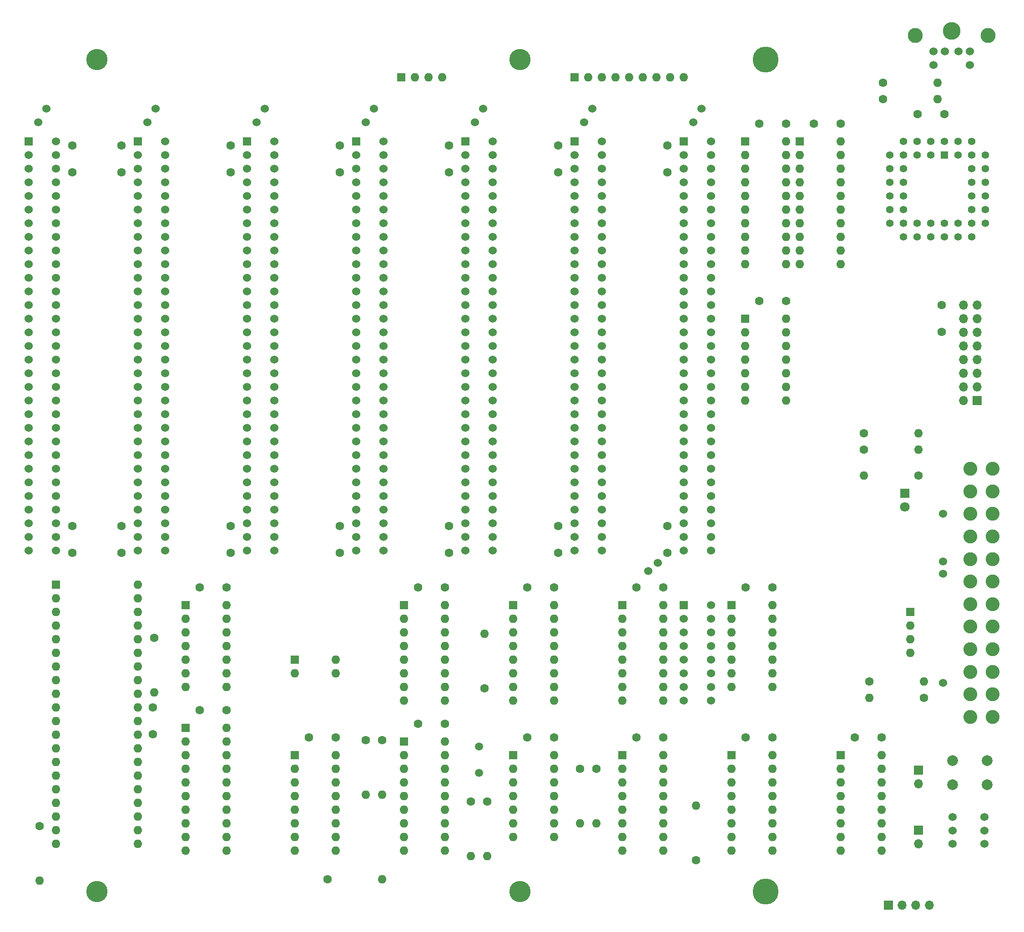
<source format=gbr>
G04 #@! TF.GenerationSoftware,KiCad,Pcbnew,(5.1.8)-1*
G04 #@! TF.CreationDate,2023-02-21T10:32:56-07:00*
G04 #@! TF.ProjectId,Multi,4d756c74-692e-46b6-9963-61645f706362,rev?*
G04 #@! TF.SameCoordinates,Original*
G04 #@! TF.FileFunction,Soldermask,Bot*
G04 #@! TF.FilePolarity,Negative*
%FSLAX46Y46*%
G04 Gerber Fmt 4.6, Leading zero omitted, Abs format (unit mm)*
G04 Created by KiCad (PCBNEW (5.1.8)-1) date 2023-02-21 10:32:56*
%MOMM*%
%LPD*%
G01*
G04 APERTURE LIST*
%ADD10O,1.600000X1.600000*%
%ADD11R,1.600000X1.600000*%
%ADD12O,1.700000X1.700000*%
%ADD13R,1.700000X1.700000*%
%ADD14C,1.524000*%
%ADD15R,1.524000X1.524000*%
%ADD16C,1.600000*%
%ADD17C,3.962400*%
%ADD18C,4.826000*%
%ADD19C,2.000000*%
%ADD20C,1.800000*%
%ADD21R,1.800000X1.800000*%
%ADD22C,2.590800*%
%ADD23C,2.794000*%
%ADD24C,3.302000*%
%ADD25C,1.500000*%
%ADD26R,1.422400X1.422400*%
%ADD27C,1.422400*%
G04 APERTURE END LIST*
D10*
G04 #@! TO.C,SW2*
X17526000Y-140462000D03*
X9906000Y-143002000D03*
X17526000Y-143002000D03*
D11*
X9906000Y-140462000D03*
G04 #@! TD*
D12*
G04 #@! TO.C,J12*
X125984000Y-163576000D03*
D13*
X125984000Y-161036000D03*
G04 #@! TD*
D14*
G04 #@! TO.C,R*
X-36322000Y-37846000D03*
G04 #@! TD*
G04 #@! TO.C,R*
X-37846000Y-40386000D03*
G04 #@! TD*
G04 #@! TO.C,R*
X-16002000Y-37846000D03*
G04 #@! TD*
G04 #@! TO.C,R*
X-17526000Y-40386000D03*
G04 #@! TD*
G04 #@! TO.C,R*
X2794000Y-40386000D03*
G04 #@! TD*
G04 #@! TO.C,R*
X4318000Y-37846000D03*
G04 #@! TD*
G04 #@! TO.C,J8*
X67056000Y-120142000D03*
X67056000Y-117602000D03*
X67056000Y-115062000D03*
X67056000Y-112522000D03*
X67056000Y-109982000D03*
X67056000Y-107442000D03*
X67056000Y-104902000D03*
X67056000Y-102362000D03*
X67056000Y-99822000D03*
X67056000Y-97282000D03*
X67056000Y-94742000D03*
X67056000Y-92202000D03*
X67056000Y-89662000D03*
X67056000Y-87122000D03*
X67056000Y-84582000D03*
X67056000Y-82042000D03*
X67056000Y-79502000D03*
X67056000Y-76962000D03*
X67056000Y-74422000D03*
X67056000Y-71882000D03*
X67056000Y-69342000D03*
X67056000Y-66802000D03*
X67056000Y-64262000D03*
X67056000Y-61722000D03*
X67056000Y-59182000D03*
X67056000Y-56642000D03*
X67056000Y-54102000D03*
X67056000Y-51562000D03*
X67056000Y-49022000D03*
X67056000Y-46482000D03*
X67056000Y-43942000D03*
X61976000Y-120142000D03*
X61976000Y-117602000D03*
X61976000Y-115062000D03*
X61976000Y-112522000D03*
X61976000Y-109982000D03*
X61976000Y-107442000D03*
X61976000Y-104902000D03*
X61976000Y-102362000D03*
X61976000Y-99822000D03*
X61976000Y-97282000D03*
X61976000Y-94742000D03*
X61976000Y-92202000D03*
X61976000Y-89662000D03*
X61976000Y-87122000D03*
X61976000Y-84582000D03*
X61976000Y-82042000D03*
X61976000Y-79502000D03*
X61976000Y-76962000D03*
X61976000Y-74422000D03*
X61976000Y-71882000D03*
X61976000Y-69342000D03*
X61976000Y-66802000D03*
X61976000Y-64262000D03*
X61976000Y-61722000D03*
X61976000Y-59182000D03*
X61976000Y-56642000D03*
X61976000Y-54102000D03*
X61976000Y-51562000D03*
X61976000Y-49022000D03*
X61976000Y-46482000D03*
D15*
X61976000Y-43942000D03*
G04 #@! TD*
D14*
G04 #@! TO.C,J1*
X-34544000Y-120142000D03*
X-34544000Y-117602000D03*
X-34544000Y-115062000D03*
X-34544000Y-112522000D03*
X-34544000Y-109982000D03*
X-34544000Y-107442000D03*
X-34544000Y-104902000D03*
X-34544000Y-102362000D03*
X-34544000Y-99822000D03*
X-34544000Y-97282000D03*
X-34544000Y-94742000D03*
X-34544000Y-92202000D03*
X-34544000Y-89662000D03*
X-34544000Y-87122000D03*
X-34544000Y-84582000D03*
X-34544000Y-82042000D03*
X-34544000Y-79502000D03*
X-34544000Y-76962000D03*
X-34544000Y-74422000D03*
X-34544000Y-71882000D03*
X-34544000Y-69342000D03*
X-34544000Y-66802000D03*
X-34544000Y-64262000D03*
X-34544000Y-61722000D03*
X-34544000Y-59182000D03*
X-34544000Y-56642000D03*
X-34544000Y-54102000D03*
X-34544000Y-51562000D03*
X-34544000Y-49022000D03*
X-34544000Y-46482000D03*
X-34544000Y-43942000D03*
X-39624000Y-120142000D03*
X-39624000Y-117602000D03*
X-39624000Y-115062000D03*
X-39624000Y-112522000D03*
X-39624000Y-109982000D03*
X-39624000Y-107442000D03*
X-39624000Y-104902000D03*
X-39624000Y-102362000D03*
X-39624000Y-99822000D03*
X-39624000Y-97282000D03*
X-39624000Y-94742000D03*
X-39624000Y-92202000D03*
X-39624000Y-89662000D03*
X-39624000Y-87122000D03*
X-39624000Y-84582000D03*
X-39624000Y-82042000D03*
X-39624000Y-79502000D03*
X-39624000Y-76962000D03*
X-39624000Y-74422000D03*
X-39624000Y-71882000D03*
X-39624000Y-69342000D03*
X-39624000Y-66802000D03*
X-39624000Y-64262000D03*
X-39624000Y-61722000D03*
X-39624000Y-59182000D03*
X-39624000Y-56642000D03*
X-39624000Y-54102000D03*
X-39624000Y-51562000D03*
X-39624000Y-49022000D03*
X-39624000Y-46482000D03*
D15*
X-39624000Y-43942000D03*
G04 #@! TD*
G04 #@! TO.C,J7*
X41656000Y-43942000D03*
D14*
X41656000Y-46482000D03*
X41656000Y-49022000D03*
X41656000Y-51562000D03*
X41656000Y-54102000D03*
X41656000Y-56642000D03*
X41656000Y-59182000D03*
X41656000Y-61722000D03*
X41656000Y-64262000D03*
X41656000Y-66802000D03*
X41656000Y-69342000D03*
X41656000Y-71882000D03*
X41656000Y-74422000D03*
X41656000Y-76962000D03*
X41656000Y-79502000D03*
X41656000Y-82042000D03*
X41656000Y-84582000D03*
X41656000Y-87122000D03*
X41656000Y-89662000D03*
X41656000Y-92202000D03*
X41656000Y-94742000D03*
X41656000Y-97282000D03*
X41656000Y-99822000D03*
X41656000Y-102362000D03*
X41656000Y-104902000D03*
X41656000Y-107442000D03*
X41656000Y-109982000D03*
X41656000Y-112522000D03*
X41656000Y-115062000D03*
X41656000Y-117602000D03*
X41656000Y-120142000D03*
X46736000Y-43942000D03*
X46736000Y-46482000D03*
X46736000Y-49022000D03*
X46736000Y-51562000D03*
X46736000Y-54102000D03*
X46736000Y-56642000D03*
X46736000Y-59182000D03*
X46736000Y-61722000D03*
X46736000Y-64262000D03*
X46736000Y-66802000D03*
X46736000Y-69342000D03*
X46736000Y-71882000D03*
X46736000Y-74422000D03*
X46736000Y-76962000D03*
X46736000Y-79502000D03*
X46736000Y-82042000D03*
X46736000Y-84582000D03*
X46736000Y-87122000D03*
X46736000Y-89662000D03*
X46736000Y-92202000D03*
X46736000Y-94742000D03*
X46736000Y-97282000D03*
X46736000Y-99822000D03*
X46736000Y-102362000D03*
X46736000Y-104902000D03*
X46736000Y-107442000D03*
X46736000Y-109982000D03*
X46736000Y-112522000D03*
X46736000Y-115062000D03*
X46736000Y-117602000D03*
X46736000Y-120142000D03*
G04 #@! TD*
G04 #@! TO.C,J11*
X6096000Y-120142000D03*
X6096000Y-117602000D03*
X6096000Y-115062000D03*
X6096000Y-112522000D03*
X6096000Y-109982000D03*
X6096000Y-107442000D03*
X6096000Y-104902000D03*
X6096000Y-102362000D03*
X6096000Y-99822000D03*
X6096000Y-97282000D03*
X6096000Y-94742000D03*
X6096000Y-92202000D03*
X6096000Y-89662000D03*
X6096000Y-87122000D03*
X6096000Y-84582000D03*
X6096000Y-82042000D03*
X6096000Y-79502000D03*
X6096000Y-76962000D03*
X6096000Y-74422000D03*
X6096000Y-71882000D03*
X6096000Y-69342000D03*
X6096000Y-66802000D03*
X6096000Y-64262000D03*
X6096000Y-61722000D03*
X6096000Y-59182000D03*
X6096000Y-56642000D03*
X6096000Y-54102000D03*
X6096000Y-51562000D03*
X6096000Y-49022000D03*
X6096000Y-46482000D03*
X6096000Y-43942000D03*
X1016000Y-120142000D03*
X1016000Y-117602000D03*
X1016000Y-115062000D03*
X1016000Y-112522000D03*
X1016000Y-109982000D03*
X1016000Y-107442000D03*
X1016000Y-104902000D03*
X1016000Y-102362000D03*
X1016000Y-99822000D03*
X1016000Y-97282000D03*
X1016000Y-94742000D03*
X1016000Y-92202000D03*
X1016000Y-89662000D03*
X1016000Y-87122000D03*
X1016000Y-84582000D03*
X1016000Y-82042000D03*
X1016000Y-79502000D03*
X1016000Y-76962000D03*
X1016000Y-74422000D03*
X1016000Y-71882000D03*
X1016000Y-69342000D03*
X1016000Y-66802000D03*
X1016000Y-64262000D03*
X1016000Y-61722000D03*
X1016000Y-59182000D03*
X1016000Y-56642000D03*
X1016000Y-54102000D03*
X1016000Y-51562000D03*
X1016000Y-49022000D03*
X1016000Y-46482000D03*
D15*
X1016000Y-43942000D03*
G04 #@! TD*
D14*
G04 #@! TO.C,J9*
X87376000Y-120142000D03*
X87376000Y-117602000D03*
X87376000Y-115062000D03*
X87376000Y-112522000D03*
X87376000Y-109982000D03*
X87376000Y-107442000D03*
X87376000Y-104902000D03*
X87376000Y-102362000D03*
X87376000Y-99822000D03*
X87376000Y-97282000D03*
X87376000Y-94742000D03*
X87376000Y-92202000D03*
X87376000Y-89662000D03*
X87376000Y-87122000D03*
X87376000Y-84582000D03*
X87376000Y-82042000D03*
X87376000Y-79502000D03*
X87376000Y-76962000D03*
X87376000Y-74422000D03*
X87376000Y-71882000D03*
X87376000Y-69342000D03*
X87376000Y-66802000D03*
X87376000Y-64262000D03*
X87376000Y-61722000D03*
X87376000Y-59182000D03*
X87376000Y-56642000D03*
X87376000Y-54102000D03*
X87376000Y-51562000D03*
X87376000Y-49022000D03*
X87376000Y-46482000D03*
X87376000Y-43942000D03*
X82296000Y-120142000D03*
X82296000Y-117602000D03*
X82296000Y-115062000D03*
X82296000Y-112522000D03*
X82296000Y-109982000D03*
X82296000Y-107442000D03*
X82296000Y-104902000D03*
X82296000Y-102362000D03*
X82296000Y-99822000D03*
X82296000Y-97282000D03*
X82296000Y-94742000D03*
X82296000Y-92202000D03*
X82296000Y-89662000D03*
X82296000Y-87122000D03*
X82296000Y-84582000D03*
X82296000Y-82042000D03*
X82296000Y-79502000D03*
X82296000Y-76962000D03*
X82296000Y-74422000D03*
X82296000Y-71882000D03*
X82296000Y-69342000D03*
X82296000Y-66802000D03*
X82296000Y-64262000D03*
X82296000Y-61722000D03*
X82296000Y-59182000D03*
X82296000Y-56642000D03*
X82296000Y-54102000D03*
X82296000Y-51562000D03*
X82296000Y-49022000D03*
X82296000Y-46482000D03*
D15*
X82296000Y-43942000D03*
G04 #@! TD*
D14*
G04 #@! TO.C,J5*
X-14224000Y-120142000D03*
X-14224000Y-117602000D03*
X-14224000Y-115062000D03*
X-14224000Y-112522000D03*
X-14224000Y-109982000D03*
X-14224000Y-107442000D03*
X-14224000Y-104902000D03*
X-14224000Y-102362000D03*
X-14224000Y-99822000D03*
X-14224000Y-97282000D03*
X-14224000Y-94742000D03*
X-14224000Y-92202000D03*
X-14224000Y-89662000D03*
X-14224000Y-87122000D03*
X-14224000Y-84582000D03*
X-14224000Y-82042000D03*
X-14224000Y-79502000D03*
X-14224000Y-76962000D03*
X-14224000Y-74422000D03*
X-14224000Y-71882000D03*
X-14224000Y-69342000D03*
X-14224000Y-66802000D03*
X-14224000Y-64262000D03*
X-14224000Y-61722000D03*
X-14224000Y-59182000D03*
X-14224000Y-56642000D03*
X-14224000Y-54102000D03*
X-14224000Y-51562000D03*
X-14224000Y-49022000D03*
X-14224000Y-46482000D03*
X-14224000Y-43942000D03*
X-19304000Y-120142000D03*
X-19304000Y-117602000D03*
X-19304000Y-115062000D03*
X-19304000Y-112522000D03*
X-19304000Y-109982000D03*
X-19304000Y-107442000D03*
X-19304000Y-104902000D03*
X-19304000Y-102362000D03*
X-19304000Y-99822000D03*
X-19304000Y-97282000D03*
X-19304000Y-94742000D03*
X-19304000Y-92202000D03*
X-19304000Y-89662000D03*
X-19304000Y-87122000D03*
X-19304000Y-84582000D03*
X-19304000Y-82042000D03*
X-19304000Y-79502000D03*
X-19304000Y-76962000D03*
X-19304000Y-74422000D03*
X-19304000Y-71882000D03*
X-19304000Y-69342000D03*
X-19304000Y-66802000D03*
X-19304000Y-64262000D03*
X-19304000Y-61722000D03*
X-19304000Y-59182000D03*
X-19304000Y-56642000D03*
X-19304000Y-54102000D03*
X-19304000Y-51562000D03*
X-19304000Y-49022000D03*
X-19304000Y-46482000D03*
D15*
X-19304000Y-43942000D03*
G04 #@! TD*
D14*
G04 #@! TO.C,J4*
X26416000Y-120142000D03*
X26416000Y-117602000D03*
X26416000Y-115062000D03*
X26416000Y-112522000D03*
X26416000Y-109982000D03*
X26416000Y-107442000D03*
X26416000Y-104902000D03*
X26416000Y-102362000D03*
X26416000Y-99822000D03*
X26416000Y-97282000D03*
X26416000Y-94742000D03*
X26416000Y-92202000D03*
X26416000Y-89662000D03*
X26416000Y-87122000D03*
X26416000Y-84582000D03*
X26416000Y-82042000D03*
X26416000Y-79502000D03*
X26416000Y-76962000D03*
X26416000Y-74422000D03*
X26416000Y-71882000D03*
X26416000Y-69342000D03*
X26416000Y-66802000D03*
X26416000Y-64262000D03*
X26416000Y-61722000D03*
X26416000Y-59182000D03*
X26416000Y-56642000D03*
X26416000Y-54102000D03*
X26416000Y-51562000D03*
X26416000Y-49022000D03*
X26416000Y-46482000D03*
X26416000Y-43942000D03*
X21336000Y-120142000D03*
X21336000Y-117602000D03*
X21336000Y-115062000D03*
X21336000Y-112522000D03*
X21336000Y-109982000D03*
X21336000Y-107442000D03*
X21336000Y-104902000D03*
X21336000Y-102362000D03*
X21336000Y-99822000D03*
X21336000Y-97282000D03*
X21336000Y-94742000D03*
X21336000Y-92202000D03*
X21336000Y-89662000D03*
X21336000Y-87122000D03*
X21336000Y-84582000D03*
X21336000Y-82042000D03*
X21336000Y-79502000D03*
X21336000Y-76962000D03*
X21336000Y-74422000D03*
X21336000Y-71882000D03*
X21336000Y-69342000D03*
X21336000Y-66802000D03*
X21336000Y-64262000D03*
X21336000Y-61722000D03*
X21336000Y-59182000D03*
X21336000Y-56642000D03*
X21336000Y-54102000D03*
X21336000Y-51562000D03*
X21336000Y-49022000D03*
X21336000Y-46482000D03*
D15*
X21336000Y-43942000D03*
G04 #@! TD*
D16*
G04 #@! TO.C,C19*
X-2032000Y-115570000D03*
X-2032000Y-120570000D03*
G04 #@! TD*
G04 #@! TO.C,C18*
X18288000Y-115570000D03*
X18288000Y-120570000D03*
G04 #@! TD*
G04 #@! TO.C,C17*
X-22352000Y-115570000D03*
X-22352000Y-120570000D03*
G04 #@! TD*
G04 #@! TO.C,C16*
X-22352000Y-49704000D03*
X-22352000Y-44704000D03*
G04 #@! TD*
G04 #@! TO.C,C15*
X18288000Y-49704000D03*
X18288000Y-44704000D03*
G04 #@! TD*
G04 #@! TO.C,C14*
X-2032000Y-49704000D03*
X-2032000Y-44704000D03*
G04 #@! TD*
D17*
G04 #@! TO.C,REF\u002A\u002A*
X-26924000Y-183642000D03*
G04 #@! TD*
G04 #@! TO.C,REF\u002A\u002A*
X-26924000Y-28702000D03*
G04 #@! TD*
D10*
G04 #@! TO.C,U65*
X-2794000Y-153162000D03*
X-10414000Y-176022000D03*
X-2794000Y-155702000D03*
X-10414000Y-173482000D03*
X-2794000Y-158242000D03*
X-10414000Y-170942000D03*
X-2794000Y-160782000D03*
X-10414000Y-168402000D03*
X-2794000Y-163322000D03*
X-10414000Y-165862000D03*
X-2794000Y-165862000D03*
X-10414000Y-163322000D03*
X-2794000Y-168402000D03*
X-10414000Y-160782000D03*
X-2794000Y-170942000D03*
X-10414000Y-158242000D03*
X-2794000Y-173482000D03*
X-10414000Y-155702000D03*
X-2794000Y-176022000D03*
D11*
X-10414000Y-153162000D03*
G04 #@! TD*
D10*
G04 #@! TO.C,U64*
X17526000Y-158242000D03*
X9906000Y-176022000D03*
X17526000Y-160782000D03*
X9906000Y-173482000D03*
X17526000Y-163322000D03*
X9906000Y-170942000D03*
X17526000Y-165862000D03*
X9906000Y-168402000D03*
X17526000Y-168402000D03*
X9906000Y-165862000D03*
X17526000Y-170942000D03*
X9906000Y-163322000D03*
X17526000Y-173482000D03*
X9906000Y-160782000D03*
X17526000Y-176022000D03*
D11*
X9906000Y-158242000D03*
G04 #@! TD*
D10*
G04 #@! TO.C,U63*
X-2794000Y-130302000D03*
X-10414000Y-145542000D03*
X-2794000Y-132842000D03*
X-10414000Y-143002000D03*
X-2794000Y-135382000D03*
X-10414000Y-140462000D03*
X-2794000Y-137922000D03*
X-10414000Y-137922000D03*
X-2794000Y-140462000D03*
X-10414000Y-135382000D03*
X-2794000Y-143002000D03*
X-10414000Y-132842000D03*
X-2794000Y-145542000D03*
D11*
X-10414000Y-130302000D03*
G04 #@! TD*
D10*
G04 #@! TO.C,U61*
X-19304000Y-126492000D03*
X-34544000Y-174752000D03*
X-19304000Y-129032000D03*
X-34544000Y-172212000D03*
X-19304000Y-131572000D03*
X-34544000Y-169672000D03*
X-19304000Y-134112000D03*
X-34544000Y-167132000D03*
X-19304000Y-136652000D03*
X-34544000Y-164592000D03*
X-19304000Y-139192000D03*
X-34544000Y-162052000D03*
X-19304000Y-141732000D03*
X-34544000Y-159512000D03*
X-19304000Y-144272000D03*
X-34544000Y-156972000D03*
X-19304000Y-146812000D03*
X-34544000Y-154432000D03*
X-19304000Y-149352000D03*
X-34544000Y-151892000D03*
X-19304000Y-151892000D03*
X-34544000Y-149352000D03*
X-19304000Y-154432000D03*
X-34544000Y-146812000D03*
X-19304000Y-156972000D03*
X-34544000Y-144272000D03*
X-19304000Y-159512000D03*
X-34544000Y-141732000D03*
X-19304000Y-162052000D03*
X-34544000Y-139192000D03*
X-19304000Y-164592000D03*
X-34544000Y-136652000D03*
X-19304000Y-167132000D03*
X-34544000Y-134112000D03*
X-19304000Y-169672000D03*
X-34544000Y-131572000D03*
X-19304000Y-172212000D03*
X-34544000Y-129032000D03*
X-19304000Y-174752000D03*
D11*
X-34544000Y-126492000D03*
G04 #@! TD*
D10*
G04 #@! TO.C,U20*
X101346000Y-76962000D03*
X93726000Y-92202000D03*
X101346000Y-79502000D03*
X93726000Y-89662000D03*
X101346000Y-82042000D03*
X93726000Y-87122000D03*
X101346000Y-84582000D03*
X93726000Y-84582000D03*
X101346000Y-87122000D03*
X93726000Y-82042000D03*
X101346000Y-89662000D03*
X93726000Y-79502000D03*
X101346000Y-92202000D03*
D11*
X93726000Y-76962000D03*
G04 #@! TD*
D10*
G04 #@! TO.C,R63*
X26162000Y-181356000D03*
D16*
X16002000Y-181356000D03*
G04 #@! TD*
D10*
G04 #@! TO.C,R62*
X-16256000Y-146558000D03*
D16*
X-16256000Y-136398000D03*
G04 #@! TD*
D10*
G04 #@! TO.C,R61*
X-37592000Y-181610000D03*
D16*
X-37592000Y-171450000D03*
G04 #@! TD*
G04 #@! TO.C,C65*
X-2794000Y-149860000D03*
X-7794000Y-149860000D03*
G04 #@! TD*
G04 #@! TO.C,C64*
X17526000Y-154940000D03*
X12526000Y-154940000D03*
G04 #@! TD*
G04 #@! TO.C,C63*
X-2794000Y-127000000D03*
X-7794000Y-127000000D03*
G04 #@! TD*
G04 #@! TO.C,C1*
X-16510000Y-154352000D03*
X-16510000Y-149352000D03*
G04 #@! TD*
D10*
G04 #@! TO.C,U2*
X111506000Y-43942000D03*
X103886000Y-66802000D03*
X111506000Y-46482000D03*
X103886000Y-64262000D03*
X111506000Y-49022000D03*
X103886000Y-61722000D03*
X111506000Y-51562000D03*
X103886000Y-59182000D03*
X111506000Y-54102000D03*
X103886000Y-56642000D03*
X111506000Y-56642000D03*
X103886000Y-54102000D03*
X111506000Y-59182000D03*
X103886000Y-51562000D03*
X111506000Y-61722000D03*
X103886000Y-49022000D03*
X111506000Y-64262000D03*
X103886000Y-46482000D03*
X111506000Y-66802000D03*
D11*
X103886000Y-43942000D03*
G04 #@! TD*
D16*
G04 #@! TO.C,C13*
X119126000Y-154940000D03*
X114126000Y-154940000D03*
G04 #@! TD*
G04 #@! TO.C,C11*
X111506000Y-40640000D03*
X106506000Y-40640000D03*
G04 #@! TD*
D10*
G04 #@! TO.C,RN3*
X124460000Y-139192000D03*
X124460000Y-136652000D03*
X124460000Y-134112000D03*
D11*
X124460000Y-131572000D03*
G04 #@! TD*
D10*
G04 #@! TO.C,U1*
X119126000Y-158242000D03*
X111506000Y-176022000D03*
X119126000Y-160782000D03*
X111506000Y-173482000D03*
X119126000Y-163322000D03*
X111506000Y-170942000D03*
X119126000Y-165862000D03*
X111506000Y-168402000D03*
X119126000Y-168402000D03*
X111506000Y-165862000D03*
X119126000Y-170942000D03*
X111506000Y-163322000D03*
X119126000Y-173482000D03*
X111506000Y-160782000D03*
X119126000Y-176022000D03*
D11*
X111506000Y-158242000D03*
G04 #@! TD*
D18*
G04 #@! TO.C,REF\u002A\u002A*
X97536000Y-183642000D03*
G04 #@! TD*
D10*
G04 #@! TO.C,RN1*
X37338000Y-32004000D03*
X34798000Y-32004000D03*
X32258000Y-32004000D03*
D11*
X29718000Y-32004000D03*
G04 #@! TD*
D10*
G04 #@! TO.C,R13*
X125984000Y-101346000D03*
D16*
X115824000Y-101346000D03*
G04 #@! TD*
D10*
G04 #@! TO.C,R12*
X125984000Y-98298000D03*
D16*
X115824000Y-98298000D03*
G04 #@! TD*
D10*
G04 #@! TO.C,RN2*
X82296000Y-32004000D03*
X79756000Y-32004000D03*
X77216000Y-32004000D03*
X74676000Y-32004000D03*
X72136000Y-32004000D03*
X69596000Y-32004000D03*
X67056000Y-32004000D03*
X64516000Y-32004000D03*
D11*
X61976000Y-32004000D03*
G04 #@! TD*
D14*
G04 #@! TO.C,R*
X130556000Y-113284000D03*
G04 #@! TD*
G04 #@! TO.C,R*
X130556000Y-122174000D03*
G04 #@! TD*
G04 #@! TO.C,R*
X130556000Y-144780000D03*
G04 #@! TD*
G04 #@! TO.C,R*
X130556000Y-124460000D03*
G04 #@! TD*
D10*
G04 #@! TO.C,R9*
X129540000Y-36040000D03*
D16*
X119380000Y-36040000D03*
G04 #@! TD*
D10*
G04 #@! TO.C,R8*
X129540000Y-33020000D03*
D16*
X119380000Y-33020000D03*
G04 #@! TD*
D10*
G04 #@! TO.C,R7*
X116840000Y-147574000D03*
D16*
X127000000Y-147574000D03*
G04 #@! TD*
D10*
G04 #@! TO.C,R6*
X45212000Y-135636000D03*
D16*
X45212000Y-145796000D03*
G04 #@! TD*
D14*
G04 #@! TO.C,R*
X75692000Y-123952000D03*
G04 #@! TD*
G04 #@! TO.C,R*
X77470000Y-122428000D03*
G04 #@! TD*
D16*
G04 #@! TO.C,C10*
X130302000Y-79422000D03*
X130302000Y-74422000D03*
G04 #@! TD*
G04 #@! TO.C,C9*
X130810000Y-38862000D03*
X125810000Y-38862000D03*
G04 #@! TD*
D10*
G04 #@! TO.C,R4*
X42672000Y-177038000D03*
D16*
X42672000Y-166878000D03*
G04 #@! TD*
D10*
G04 #@! TO.C,R2*
X45720000Y-177038000D03*
D16*
X45720000Y-166878000D03*
G04 #@! TD*
D10*
G04 #@! TO.C,R18*
X26162000Y-165608000D03*
D16*
X26162000Y-155448000D03*
G04 #@! TD*
D10*
G04 #@! TO.C,R17*
X62992000Y-170942000D03*
D16*
X62992000Y-160782000D03*
G04 #@! TD*
D10*
G04 #@! TO.C,R14*
X23114000Y-165608000D03*
D16*
X23114000Y-155448000D03*
G04 #@! TD*
D10*
G04 #@! TO.C,R5*
X127000000Y-144526000D03*
D16*
X116840000Y-144526000D03*
G04 #@! TD*
D10*
G04 #@! TO.C,R3*
X66040000Y-170942000D03*
D16*
X66040000Y-160782000D03*
G04 #@! TD*
D10*
G04 #@! TO.C,U3*
X84582000Y-167640000D03*
D16*
X84582000Y-177800000D03*
G04 #@! TD*
D12*
G04 #@! TO.C,J6*
X125984000Y-174752000D03*
D13*
X125984000Y-172212000D03*
G04 #@! TD*
D12*
G04 #@! TO.C,J3*
X128016000Y-186182000D03*
X125476000Y-186182000D03*
X122936000Y-186182000D03*
D13*
X120396000Y-186182000D03*
G04 #@! TD*
D16*
G04 #@! TO.C,C1*
X101346000Y-73660000D03*
X96346000Y-73660000D03*
G04 #@! TD*
D10*
G04 #@! TO.C,U117*
X78486000Y-158242000D03*
X70866000Y-176022000D03*
X78486000Y-160782000D03*
X70866000Y-173482000D03*
X78486000Y-163322000D03*
X70866000Y-170942000D03*
X78486000Y-165862000D03*
X70866000Y-168402000D03*
X78486000Y-168402000D03*
X70866000Y-165862000D03*
X78486000Y-170942000D03*
X70866000Y-163322000D03*
X78486000Y-173482000D03*
X70866000Y-160782000D03*
X78486000Y-176022000D03*
D11*
X70866000Y-158242000D03*
G04 #@! TD*
D14*
G04 #@! TO.C,J10*
X87376000Y-130302000D03*
X87376000Y-132842000D03*
D15*
X82296000Y-130302000D03*
D14*
X82296000Y-132842000D03*
X82296000Y-135382000D03*
X82296000Y-137922000D03*
X82296000Y-140462000D03*
X82296000Y-143002000D03*
X82296000Y-145542000D03*
X82296000Y-148082000D03*
X87376000Y-148082000D03*
X87376000Y-145542000D03*
X87376000Y-143002000D03*
X87376000Y-140462000D03*
X87376000Y-137922000D03*
X87376000Y-135382000D03*
G04 #@! TD*
D19*
G04 #@! TO.C,SW1*
X138834000Y-159258000D03*
X138834000Y-163758000D03*
X132334000Y-159258000D03*
X132334000Y-163758000D03*
G04 #@! TD*
D10*
G04 #@! TO.C,R1*
X115824000Y-106172000D03*
D16*
X125984000Y-106172000D03*
G04 #@! TD*
D20*
G04 #@! TO.C,D1*
X123444000Y-112014000D03*
D21*
X123444000Y-109474000D03*
G04 #@! TD*
D16*
G04 #@! TO.C,C7*
X101346000Y-40640000D03*
X96346000Y-40640000D03*
G04 #@! TD*
D14*
G04 #@! TO.C,8x8mm1*
X138334000Y-169752000D03*
X138334000Y-172252000D03*
X138334000Y-174752000D03*
X132334000Y-174752000D03*
X132334000Y-172252000D03*
X132334000Y-169752000D03*
G04 #@! TD*
D22*
G04 #@! TO.C,ATXPOWER1*
X139836000Y-146902000D03*
X139836000Y-151102000D03*
X139836000Y-142702000D03*
X139836000Y-104902000D03*
X139836000Y-109102000D03*
X139836000Y-113302000D03*
X139836000Y-117502000D03*
X139836000Y-130102000D03*
X139836000Y-121702000D03*
X139836000Y-125902000D03*
X139836000Y-138502000D03*
X139836000Y-134302000D03*
X135636000Y-151102000D03*
X135636000Y-146902000D03*
X135636000Y-142702000D03*
X135636000Y-138502000D03*
X135636000Y-134302000D03*
X135636000Y-130102000D03*
X135636000Y-125902000D03*
X135636000Y-121702000D03*
X135636000Y-117502000D03*
X135636000Y-113302000D03*
X135636000Y-109102000D03*
X135636000Y-104902000D03*
G04 #@! TD*
D16*
G04 #@! TO.C,C29*
X38608000Y-115570000D03*
X38608000Y-120570000D03*
G04 #@! TD*
G04 #@! TO.C,C28*
X58928000Y-115570000D03*
X58928000Y-120570000D03*
G04 #@! TD*
G04 #@! TO.C,C27*
X-31496000Y-115570000D03*
X-31496000Y-120570000D03*
G04 #@! TD*
G04 #@! TO.C,C26*
X79248000Y-115570000D03*
X79248000Y-120570000D03*
G04 #@! TD*
G04 #@! TO.C,C25*
X38608000Y-49704000D03*
X38608000Y-44704000D03*
G04 #@! TD*
G04 #@! TO.C,C24*
X-31496000Y-49704000D03*
X-31496000Y-44704000D03*
G04 #@! TD*
G04 #@! TO.C,C23*
X79248000Y-49704000D03*
X79248000Y-44704000D03*
G04 #@! TD*
G04 #@! TO.C,C22*
X58928000Y-49704000D03*
X58928000Y-44704000D03*
G04 #@! TD*
D23*
G04 #@! TO.C,J2*
X125425200Y-24180800D03*
X138938000Y-24180800D03*
D24*
X132181600Y-23368000D03*
D14*
X135585200Y-29667200D03*
X128778000Y-29667200D03*
X133477000Y-27178000D03*
X130886200Y-27178000D03*
X135585200Y-27178000D03*
X128778000Y-27178000D03*
G04 #@! TD*
D11*
G04 #@! TO.C,U17*
X91186000Y-158242000D03*
D10*
X98806000Y-176022000D03*
X91186000Y-160782000D03*
X98806000Y-173482000D03*
X91186000Y-163322000D03*
X98806000Y-170942000D03*
X91186000Y-165862000D03*
X98806000Y-168402000D03*
X91186000Y-168402000D03*
X98806000Y-165862000D03*
X91186000Y-170942000D03*
X98806000Y-163322000D03*
X91186000Y-173482000D03*
X98806000Y-160782000D03*
X91186000Y-176022000D03*
X98806000Y-158242000D03*
G04 #@! TD*
D14*
G04 #@! TO.C,R*
X43434000Y-40386000D03*
G04 #@! TD*
G04 #@! TO.C,R*
X44958000Y-37846000D03*
G04 #@! TD*
G04 #@! TO.C,R*
X24638000Y-37846000D03*
G04 #@! TD*
G04 #@! TO.C,R*
X23114000Y-40386000D03*
G04 #@! TD*
D17*
G04 #@! TO.C,REF\u002A\u002A*
X51816000Y-183642000D03*
G04 #@! TD*
D18*
G04 #@! TO.C,REF\u002A\u002A*
X97536000Y-28702000D03*
G04 #@! TD*
D17*
G04 #@! TO.C,REF\u002A\u002A*
X51816000Y-28702000D03*
G04 #@! TD*
D14*
G04 #@! TO.C,R*
X84074000Y-40386000D03*
G04 #@! TD*
G04 #@! TO.C,R*
X85598000Y-37846000D03*
G04 #@! TD*
G04 #@! TO.C,R*
X63754000Y-40386000D03*
G04 #@! TD*
G04 #@! TO.C,R*
X65278000Y-37846000D03*
G04 #@! TD*
D12*
G04 #@! TO.C,CH376*
X134366000Y-74422000D03*
X136906000Y-74422000D03*
X134366000Y-76962000D03*
X136906000Y-76962000D03*
X134366000Y-79502000D03*
X136906000Y-79502000D03*
X134366000Y-82042000D03*
X136906000Y-82042000D03*
X134366000Y-84582000D03*
X136906000Y-84582000D03*
X134366000Y-87122000D03*
X136906000Y-87122000D03*
X134366000Y-89662000D03*
X136906000Y-89662000D03*
X134366000Y-92202000D03*
D13*
X136906000Y-92202000D03*
G04 #@! TD*
D10*
G04 #@! TO.C,U9*
X37846000Y-130302000D03*
X30226000Y-148082000D03*
X37846000Y-132842000D03*
X30226000Y-145542000D03*
X37846000Y-135382000D03*
X30226000Y-143002000D03*
X37846000Y-137922000D03*
X30226000Y-140462000D03*
X37846000Y-140462000D03*
X30226000Y-137922000D03*
X37846000Y-143002000D03*
X30226000Y-135382000D03*
X37846000Y-145542000D03*
X30226000Y-132842000D03*
X37846000Y-148082000D03*
D11*
X30226000Y-130302000D03*
G04 #@! TD*
G04 #@! TO.C,U11*
X30226000Y-155702000D03*
D10*
X37846000Y-176022000D03*
X30226000Y-158242000D03*
X37846000Y-173482000D03*
X30226000Y-160782000D03*
X37846000Y-170942000D03*
X30226000Y-163322000D03*
X37846000Y-168402000D03*
X30226000Y-165862000D03*
X37846000Y-165862000D03*
X30226000Y-168402000D03*
X37846000Y-163322000D03*
X30226000Y-170942000D03*
X37846000Y-160782000D03*
X30226000Y-173482000D03*
X37846000Y-158242000D03*
X30226000Y-176022000D03*
X37846000Y-155702000D03*
G04 #@! TD*
D11*
G04 #@! TO.C,U12*
X50546000Y-130302000D03*
D10*
X58166000Y-148082000D03*
X50546000Y-132842000D03*
X58166000Y-145542000D03*
X50546000Y-135382000D03*
X58166000Y-143002000D03*
X50546000Y-137922000D03*
X58166000Y-140462000D03*
X50546000Y-140462000D03*
X58166000Y-137922000D03*
X50546000Y-143002000D03*
X58166000Y-135382000D03*
X50546000Y-145542000D03*
X58166000Y-132842000D03*
X50546000Y-148082000D03*
X58166000Y-130302000D03*
G04 #@! TD*
D11*
G04 #@! TO.C,U13*
X70866000Y-130302000D03*
D10*
X78486000Y-148082000D03*
X70866000Y-132842000D03*
X78486000Y-145542000D03*
X70866000Y-135382000D03*
X78486000Y-143002000D03*
X70866000Y-137922000D03*
X78486000Y-140462000D03*
X70866000Y-140462000D03*
X78486000Y-137922000D03*
X70866000Y-143002000D03*
X78486000Y-135382000D03*
X70866000Y-145542000D03*
X78486000Y-132842000D03*
X70866000Y-148082000D03*
X78486000Y-130302000D03*
G04 #@! TD*
D11*
G04 #@! TO.C,U14*
X50546000Y-158242000D03*
D10*
X58166000Y-173482000D03*
X50546000Y-160782000D03*
X58166000Y-170942000D03*
X50546000Y-163322000D03*
X58166000Y-168402000D03*
X50546000Y-165862000D03*
X58166000Y-165862000D03*
X50546000Y-168402000D03*
X58166000Y-163322000D03*
X50546000Y-170942000D03*
X58166000Y-160782000D03*
X50546000Y-173482000D03*
X58166000Y-158242000D03*
G04 #@! TD*
D11*
G04 #@! TO.C,U15*
X93726000Y-43942000D03*
D10*
X101346000Y-66802000D03*
X93726000Y-46482000D03*
X101346000Y-64262000D03*
X93726000Y-49022000D03*
X101346000Y-61722000D03*
X93726000Y-51562000D03*
X101346000Y-59182000D03*
X93726000Y-54102000D03*
X101346000Y-56642000D03*
X93726000Y-56642000D03*
X101346000Y-54102000D03*
X93726000Y-59182000D03*
X101346000Y-51562000D03*
X93726000Y-61722000D03*
X101346000Y-49022000D03*
X93726000Y-64262000D03*
X101346000Y-46482000D03*
X93726000Y-66802000D03*
X101346000Y-43942000D03*
G04 #@! TD*
D11*
G04 #@! TO.C,U16*
X91186000Y-130302000D03*
D10*
X98806000Y-145542000D03*
X91186000Y-132842000D03*
X98806000Y-143002000D03*
X91186000Y-135382000D03*
X98806000Y-140462000D03*
X91186000Y-137922000D03*
X98806000Y-137922000D03*
X91186000Y-140462000D03*
X98806000Y-135382000D03*
X91186000Y-143002000D03*
X98806000Y-132842000D03*
X91186000Y-145542000D03*
X98806000Y-130302000D03*
G04 #@! TD*
D25*
G04 #@! TO.C,Y2*
X44196000Y-161544000D03*
X44196000Y-156644000D03*
G04 #@! TD*
D26*
G04 #@! TO.C,U19*
X130810000Y-46482000D03*
D27*
X128270000Y-46482000D03*
X125730000Y-46482000D03*
X133350000Y-46482000D03*
X135890000Y-46482000D03*
X128270000Y-43942000D03*
X125730000Y-43942000D03*
X123190000Y-43942000D03*
X130810000Y-43942000D03*
X133350000Y-43942000D03*
X123190000Y-46482000D03*
X123190000Y-49022000D03*
X123190000Y-51562000D03*
X123190000Y-54102000D03*
X123190000Y-56642000D03*
X120650000Y-46482000D03*
X120650000Y-49022000D03*
X120650000Y-51562000D03*
X120650000Y-54102000D03*
X120650000Y-56642000D03*
X120650000Y-59182000D03*
X123190000Y-59182000D03*
X125730000Y-59182000D03*
X128270000Y-59182000D03*
X130810000Y-59182000D03*
X133350000Y-59182000D03*
X138430000Y-59182000D03*
X123190000Y-61722000D03*
X125730000Y-61722000D03*
X128270000Y-61722000D03*
X130810000Y-61722000D03*
X133350000Y-61722000D03*
X135890000Y-61722000D03*
X135890000Y-59182000D03*
X135890000Y-56642000D03*
X135890000Y-54102000D03*
X135890000Y-51562000D03*
X135890000Y-49022000D03*
X135890000Y-43942000D03*
X138430000Y-56642000D03*
X138430000Y-54102000D03*
X138430000Y-51562000D03*
X138430000Y-49022000D03*
X138430000Y-46482000D03*
G04 #@! TD*
D16*
G04 #@! TO.C,C1*
X37846000Y-127000000D03*
X32846000Y-127000000D03*
G04 #@! TD*
G04 #@! TO.C,C2*
X53166000Y-127000000D03*
X58166000Y-127000000D03*
G04 #@! TD*
G04 #@! TO.C,C3*
X98806000Y-154940000D03*
X93806000Y-154940000D03*
G04 #@! TD*
G04 #@! TO.C,C4*
X53166000Y-154940000D03*
X58166000Y-154940000D03*
G04 #@! TD*
G04 #@! TO.C,C5*
X93806000Y-127000000D03*
X98806000Y-127000000D03*
G04 #@! TD*
G04 #@! TO.C,C6*
X78486000Y-154940000D03*
X73486000Y-154940000D03*
G04 #@! TD*
G04 #@! TO.C,C8*
X73486000Y-127000000D03*
X78486000Y-127000000D03*
G04 #@! TD*
G04 #@! TO.C,C12*
X37846000Y-152400000D03*
X32846000Y-152400000D03*
G04 #@! TD*
M02*

</source>
